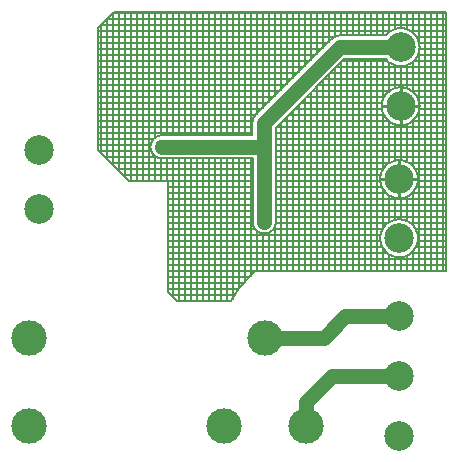
<source format=gbl>
%FSDAX24Y24*%
%MOIN*%
%SFA1B1*%

%IPPOS*%
%ADD22C,0.020000*%
%ADD24C,0.050000*%
%ADD25C,0.010000*%
%ADD26C,0.098400*%
%ADD27C,0.118100*%
%ADD28C,0.030000*%
%ADD29C,0.050000*%
%ADD30C,0.008000*%
%LNde-130624-1*%
%LPD*%
G54D22*
X063600Y020950D02*
X063650Y021000D01*
G54D24*
X063654Y018450D02*
Y020996D01*
X063650Y021000D02*
X063654Y020996D01*
X062297Y011603D02*
Y011637D01*
X065900Y013300D02*
X068150D01*
X065053Y012453D02*
X065900Y013300D01*
X065053Y011637D02*
Y012453D01*
X066350Y015300D02*
X068150D01*
X065640Y014590D02*
X066350Y015300D01*
X063675Y014590D02*
X065640D01*
X063650Y021000D02*
Y021750D01*
X060250Y020950D02*
X063600D01*
X063650Y021750D02*
X066168Y024269D01*
X068200*
G54D25*
X068200Y022300D02*
Y022892D01*
Y021708D02*
Y022300D01*
X067608D02*
X068200D01*
X068792*
X068150Y019869D02*
X068742D01*
X067558D02*
X068150D01*
Y020461*
Y019276D02*
Y019869D01*
G54D26*
X068200Y022300D03*
Y024269D03*
X068150Y019869D03*
Y017900D03*
X068154Y015300D03*
Y013300D03*
Y011300D03*
X056150Y018866D03*
Y020834D03*
G54D27*
X063675Y014590D03*
X065053Y011637D03*
X062297D03*
X055801D03*
Y014590D03*
G54D28*
X063654Y018450D03*
G54D29*
X060250Y020950D03*
G54D30*
X068832Y024269D02*
D01*
X068830Y024313*
X068825Y024356*
X068818Y024400*
X068807Y024443*
X068793Y024485*
X068777Y024526*
X068758Y024565*
X068735Y024603*
X068711Y024640*
X068684Y024675*
X068654Y024708*
X068622Y024738*
X068589Y024767*
X068553Y024792*
X068516Y024816*
X068477Y024837*
X068436Y024854*
X068395Y024870*
X068352Y024882*
X068309Y024891*
X068266Y024897*
X068222Y024900*
X068177*
X068133Y024897*
X068090Y024891*
X068047Y024882*
X068004Y024870*
X067963Y024854*
X067922Y024837*
X067884Y024816*
X067846Y024792*
X067810Y024767*
X067777Y024738*
X067745Y024708*
X067715Y024675*
X067703Y024659*
Y023879D02*
D01*
X067731Y023845*
X067762Y023813*
X067794Y023784*
X067829Y023757*
X067866Y023732*
X067904Y023710*
X067944Y023691*
X067985Y023674*
X068027Y023661*
X068069Y023650*
X068113Y023643*
X068157Y023638*
X068201Y023637*
X068245Y023638*
X068289Y023643*
X068332Y023651*
X068375Y023662*
X068417Y023675*
X068458Y023692*
X068497Y023711*
X068535Y023733*
X068572Y023758*
X068607Y023785*
X068639Y023815*
X068670Y023847*
X068698Y023881*
X068724Y023916*
X068747Y023954*
X068768Y023993*
X068786Y024033*
X068801Y024075*
X068813Y024117*
X068822Y024160*
X068828Y024204*
X068831Y024248*
X068832Y024269*
Y022300D02*
D01*
X068830Y022344*
X068825Y022387*
X068818Y022431*
X068807Y022474*
X068793Y022516*
X068777Y022557*
X068758Y022596*
X068735Y022634*
X068711Y022671*
X068684Y022706*
X068654Y022739*
X068622Y022769*
X068589Y022798*
X068553Y022823*
X068516Y022847*
X068477Y022868*
X068436Y022885*
X068395Y022901*
X068352Y022913*
X068309Y022922*
X068266Y022928*
X068222Y022931*
X068177*
X068133Y022928*
X068090Y022922*
X068047Y022913*
X068004Y022901*
X067963Y022885*
X067922Y022868*
X067884Y022847*
X067846Y022823*
X067810Y022798*
X067777Y022769*
X067745Y022739*
X067715Y022706*
X067688Y022671*
X067664Y022634*
X067641Y022596*
X067622Y022557*
X067606Y022516*
X067592Y022474*
X067581Y022431*
X067574Y022387*
X067569Y022344*
X067568Y022300*
X067569Y022255*
X067574Y022212*
X067581Y022168*
X067592Y022125*
X067606Y022083*
X067622Y022042*
X067641Y022003*
X067664Y021965*
X067688Y021928*
X067715Y021893*
X067745Y021860*
X067777Y021830*
X067810Y021801*
X067846Y021776*
X067884Y021752*
X067922Y021731*
X067963Y021714*
X068004Y021698*
X068047Y021686*
X068090Y021677*
X068133Y021671*
X068177Y021668*
X068222*
X068266Y021671*
X068309Y021677*
X068352Y021686*
X068395Y021698*
X068436Y021714*
X068477Y021731*
X068516Y021752*
X068553Y021776*
X068589Y021801*
X068622Y021830*
X068654Y021860*
X068684Y021893*
X068711Y021928*
X068735Y021965*
X068758Y022003*
X068777Y022042*
X068793Y022083*
X068807Y022125*
X068818Y022168*
X068825Y022212*
X068830Y022255*
X068832Y022300*
X066168Y024659D02*
D01*
X066140Y024658*
X066113Y024655*
X066086Y024650*
X066060Y024643*
X066034Y024635*
X066009Y024625*
X065984Y024613*
X065961Y024599*
X065938Y024584*
X065917Y024567*
X065897Y024549*
X065893Y024544*
X066168Y024659D02*
D01*
X066140Y024658*
X066113Y024655*
X066086Y024650*
X066060Y024643*
X066034Y024635*
X066009Y024625*
X065984Y024613*
X065961Y024599*
X065938Y024584*
X065917Y024567*
X065897Y024549*
X065893Y024544*
X068782Y019869D02*
D01*
X068780Y019913*
X068775Y019956*
X068768Y020000*
X068757Y020043*
X068743Y020085*
X068727Y020126*
X068708Y020165*
X068685Y020203*
X068661Y020240*
X068634Y020275*
X068604Y020308*
X068572Y020338*
X068539Y020367*
X068503Y020392*
X068466Y020416*
X068427Y020437*
X068386Y020454*
X068345Y020470*
X068302Y020482*
X068259Y020491*
X068216Y020497*
X068172Y020500*
X068127*
X068083Y020497*
X068040Y020491*
X067997Y020482*
X067954Y020470*
X067913Y020454*
X067872Y020437*
X067834Y020416*
X067796Y020392*
X067760Y020367*
X067727Y020338*
X067695Y020308*
X067665Y020275*
X067638Y020240*
X067614Y020203*
X067591Y020165*
X067572Y020126*
X067556Y020085*
X067542Y020043*
X067531Y020000*
X067524Y019956*
X067519Y019913*
X067518Y019869*
X067519Y019824*
X067524Y019781*
X067531Y019737*
X067542Y019694*
X067556Y019652*
X067572Y019611*
X067591Y019572*
X067614Y019534*
X067638Y019497*
X067665Y019462*
X067695Y019429*
X067727Y019399*
X067760Y019370*
X067796Y019345*
X067834Y019321*
X067872Y019300*
X067913Y019283*
X067954Y019267*
X067997Y019255*
X068040Y019246*
X068083Y019240*
X068127Y019237*
X068172*
X068216Y019240*
X068259Y019246*
X068302Y019255*
X068345Y019267*
X068386Y019283*
X068427Y019300*
X068466Y019321*
X068503Y019345*
X068539Y019370*
X068572Y019399*
X068604Y019429*
X068634Y019462*
X068661Y019497*
X068685Y019534*
X068708Y019572*
X068727Y019611*
X068743Y019652*
X068757Y019694*
X068768Y019737*
X068775Y019781*
X068780Y019824*
X068782Y019869*
Y017900D02*
D01*
X068780Y017944*
X068775Y017987*
X068768Y018031*
X068757Y018074*
X068743Y018116*
X068727Y018157*
X068708Y018196*
X068685Y018234*
X068661Y018271*
X068634Y018306*
X068604Y018339*
X068572Y018369*
X068539Y018398*
X068503Y018423*
X068466Y018447*
X068427Y018468*
X068386Y018485*
X068345Y018501*
X068302Y018513*
X068259Y018522*
X068216Y018528*
X068172Y018531*
X068127*
X068083Y018528*
X068040Y018522*
X067997Y018513*
X067954Y018501*
X067913Y018485*
X067872Y018468*
X067834Y018447*
X067796Y018423*
X067760Y018398*
X067727Y018369*
X067695Y018339*
X067665Y018306*
X067638Y018271*
X067614Y018234*
X067591Y018196*
X067572Y018157*
X067556Y018116*
X067542Y018074*
X067531Y018031*
X067524Y017987*
X067519Y017944*
X067518Y017900*
X067519Y017855*
X067524Y017812*
X067531Y017768*
X067542Y017725*
X067556Y017683*
X067572Y017642*
X067591Y017603*
X067614Y017565*
X067638Y017528*
X067665Y017493*
X067695Y017460*
X067727Y017430*
X067760Y017401*
X067796Y017376*
X067834Y017352*
X067872Y017331*
X067913Y017314*
X067954Y017298*
X067997Y017286*
X068040Y017277*
X068083Y017271*
X068127Y017268*
X068172*
X068216Y017271*
X068259Y017277*
X068302Y017286*
X068345Y017298*
X068386Y017314*
X068427Y017331*
X068466Y017352*
X068503Y017376*
X068539Y017401*
X068572Y017430*
X068604Y017460*
X068634Y017493*
X068661Y017528*
X068685Y017565*
X068708Y017603*
X068727Y017642*
X068743Y017683*
X068757Y017725*
X068768Y017768*
X068775Y017812*
X068780Y017855*
X068782Y017900*
X063374Y022026D02*
D01*
X063355Y022006*
X063338Y021984*
X063322Y021962*
X063308Y021939*
X063296Y021914*
X063285Y021889*
X063276Y021864*
X063269Y021837*
X063264Y021811*
X063261Y021784*
X063259Y021756*
X063260Y021750*
X064044Y020996D02*
D01*
X064043Y021023*
X064040Y021049*
X064044Y020996D02*
D01*
X064043Y021023*
X064040Y021049*
X063374Y022026D02*
D01*
X063355Y022006*
X063338Y021984*
X063322Y021962*
X063308Y021939*
X063296Y021914*
X063285Y021889*
X063276Y021864*
X063269Y021837*
X063264Y021811*
X063261Y021784*
X063259Y021756*
X063260Y021750*
X060250Y021340D02*
D01*
X060222Y021339*
X060195Y021336*
X060168Y021331*
X060142Y021324*
X060116Y021316*
X060091Y021306*
X060066Y021294*
X060043Y021280*
X060020Y021265*
X059999Y021248*
X059979Y021230*
X059960Y021210*
X059942Y021190*
X059926Y021168*
X059912Y021145*
X059899Y021120*
X059888Y021096*
X059879Y021070*
X059871Y021044*
X059865Y021017*
X059862Y020990*
X059860Y020963*
Y020936*
X059862Y020909*
X059865Y020882*
X059871Y020855*
X059879Y020829*
X059888Y020803*
X059899Y020779*
X059912Y020755*
X059926Y020731*
X059942Y020709*
X059960Y020689*
X059979Y020669*
X059999Y020651*
X060020Y020634*
X060043Y020619*
X060066Y020605*
X060091Y020593*
X060116Y020583*
X060142Y020575*
X060168Y020568*
X060195Y020563*
X060222Y020560*
X060250Y020560*
Y021340D02*
D01*
X060222Y021339*
X060195Y021336*
X060168Y021331*
X060142Y021324*
X060116Y021316*
X060091Y021306*
X060066Y021294*
X060043Y021280*
X060020Y021265*
X059999Y021248*
X059979Y021230*
X059960Y021210*
X059942Y021190*
X059926Y021168*
X059912Y021145*
X059899Y021120*
X059888Y021096*
X059879Y021070*
X059871Y021044*
X059865Y021017*
X059862Y020990*
X059860Y020963*
Y020936*
X059862Y020909*
X059865Y020882*
X059871Y020855*
X059879Y020829*
X059888Y020803*
X059899Y020779*
X059912Y020755*
X059926Y020731*
X059942Y020709*
X059960Y020689*
X059979Y020669*
X059999Y020651*
X060020Y020634*
X060043Y020619*
X060066Y020605*
X060091Y020593*
X060116Y020583*
X060142Y020575*
X060168Y020568*
X060195Y020563*
X060222Y020560*
X060250Y020560*
X063264Y018450D02*
D01*
X063264Y018422*
X063267Y018395*
X063272Y018368*
X063279Y018342*
X063287Y018316*
X063297Y018291*
X063309Y018266*
X063323Y018243*
X063338Y018220*
X063355Y018199*
X063373Y018179*
X063393Y018160*
X063413Y018142*
X063435Y018126*
X063459Y018112*
X063483Y018099*
X063507Y018088*
X063533Y018079*
X063559Y018071*
X063586Y018065*
X063613Y018062*
X063640Y018060*
X063667*
X063694Y018062*
X063721Y018065*
X063748Y018071*
X063774Y018079*
X063800Y018088*
X063824Y018099*
X063849Y018112*
X063872Y018126*
X063894Y018142*
X063914Y018160*
X063934Y018179*
X063952Y018199*
X063969Y018220*
X063984Y018243*
X063998Y018266*
X064010Y018291*
X064020Y018316*
X064028Y018342*
X064035Y018368*
X064040Y018395*
X064043Y018422*
X064044Y018450*
X068818Y024400D02*
X069704D01*
X068738Y024600D02*
X069704D01*
X068828Y024200D02*
X069704D01*
X068600Y024758D02*
Y025450D01*
X068800Y024467D02*
Y025450D01*
X068772Y024000D02*
X069704D01*
X068624Y023800D02*
X069704D01*
X068800Y022499D02*
Y024070D01*
X068600Y022789D02*
Y023779D01*
X068400Y024868D02*
Y025450D01*
X068542Y024800D02*
X069704D01*
X068000Y024868D02*
Y025450D01*
X068200Y024901D02*
Y025450D01*
X068400Y022900D02*
Y023669D01*
X068200Y022932D02*
Y023636D01*
X068756Y022600D02*
X069704D01*
X068587Y022800D02*
X069704D01*
X068824Y022400D02*
X069704D01*
X068824Y022200D02*
X069704D01*
X068756Y022000D02*
X069704D01*
X068587Y021800D02*
X069704D01*
X068200Y020499D02*
Y021668D01*
X065652Y023200D02*
X069704D01*
X065452Y023000D02*
X069704D01*
X066052Y023600D02*
X069704D01*
X065852Y023400D02*
X069704D01*
X064052Y021600D02*
X069704D01*
X067600Y024659D02*
Y025450D01*
X067400Y024659D02*
Y025450D01*
X067800Y024758D02*
Y025450D01*
X067000Y024659D02*
Y025450D01*
X067200Y024659D02*
Y025450D01*
X066600Y024659D02*
Y025450D01*
X066800Y024659D02*
Y025450D01*
X066200Y024659D02*
Y025450D01*
X066400Y024659D02*
Y025450D01*
X065800Y024452D02*
Y025450D01*
X066000Y024620D02*
Y025450D01*
X065000Y023652D02*
Y025450D01*
X065200Y023852D02*
Y025450D01*
X064600Y023252D02*
Y025450D01*
X064800Y023452D02*
Y025450D01*
X064200Y022852D02*
Y025450D01*
X064400Y023052D02*
Y025450D01*
X066168Y024659D02*
X067703D01*
X066330Y023879D02*
X067703D01*
X067800Y022789D02*
Y023779D01*
X068000Y022900D02*
Y023669D01*
X067600Y022499D02*
Y023879D01*
X066252Y023800D02*
X067776D01*
X065252Y022800D02*
X067813D01*
X065052Y022600D02*
X067644D01*
X065400Y024052D02*
Y025450D01*
X065600Y024252D02*
Y025450D01*
X064452Y022000D02*
X067644D01*
X064252Y021800D02*
X067813D01*
X064852Y022400D02*
X067576D01*
X064652Y022200D02*
X067576D01*
X068778Y019800D02*
X069704D01*
X068768Y020000D02*
X069704D01*
X068722Y019600D02*
X069704D01*
X069400Y016800D02*
Y025450D01*
X069600Y016800D02*
Y025450D01*
X069200Y016800D02*
Y025450D01*
X069704Y016800D02*
Y025450D01*
X069000Y016800D02*
Y025450D01*
X068800Y016800D02*
Y022101D01*
X068492Y020400D02*
X069704D01*
X068688Y020200D02*
X069704D01*
X068600Y020312D02*
Y021811D01*
X068400Y020449D02*
Y021700D01*
X068600Y018344D02*
Y019425D01*
X068574Y019400D02*
X069704D01*
X068537Y018400D02*
X069704D01*
X068774Y018000D02*
X069704D01*
X068400Y018481D02*
Y019288D01*
X068706Y018200D02*
X069704D01*
X068774Y017800D02*
X069704D01*
X068706Y017600D02*
X069704D01*
X068600Y016800D02*
Y017456D01*
X068537Y017400D02*
X069704D01*
X064044Y018800D02*
X069704D01*
X064044Y018600D02*
X069704D01*
X064044Y019200D02*
X069704D01*
X064044Y019000D02*
X069704D01*
X068400Y016800D02*
Y017319D01*
X068200Y018530D02*
Y019238D01*
Y016800D02*
Y017270D01*
X067400Y016800D02*
Y023879D01*
X067200Y016800D02*
Y023879D01*
X067600Y020180D02*
Y022101D01*
X066800Y016800D02*
Y023879D01*
X067000Y016800D02*
Y023879D01*
X066400Y016800D02*
Y023879D01*
X066600Y016800D02*
Y023879D01*
X066200Y016800D02*
Y023748D01*
X066000Y016800D02*
Y023548D01*
X065000Y016800D02*
Y022548D01*
X064800Y016800D02*
Y022348D01*
X064600Y016800D02*
Y022148D01*
X064400Y016800D02*
Y021948D01*
X065800Y016800D02*
Y023348D01*
X065600Y016800D02*
Y023148D01*
X065400Y016800D02*
Y022948D01*
X065200Y016800D02*
Y022748D01*
X067800Y020395D02*
Y021811D01*
X068000Y020483D02*
Y021700D01*
Y018514D02*
Y019254D01*
Y016800D02*
Y017286D01*
X067800Y018426D02*
Y019342D01*
Y016800D02*
Y017374D01*
X064044Y019600D02*
X067578D01*
X064044Y019400D02*
X067726D01*
X064044Y020000D02*
X067532D01*
X064044Y019800D02*
X067522D01*
X067600Y018212D02*
Y019557D01*
Y016800D02*
Y017588D01*
X064200Y016800D02*
Y021748D01*
X064044Y018450D02*
Y020996D01*
X058650Y025450D02*
X069704D01*
X058600Y025400D02*
X069704D01*
X058400Y025200D02*
X069704D01*
X063800Y022452D02*
Y025450D01*
X064000Y022652D02*
Y025450D01*
X063374Y022026D02*
X065893Y024544D01*
X064040Y021588D02*
X066330Y023879D01*
X063400Y022052D02*
Y025450D01*
X063600Y022252D02*
Y025450D01*
X058200Y025000D02*
X069704D01*
X058100Y024800D02*
X067858D01*
X058100Y024600D02*
X065963D01*
X058100Y024400D02*
X065748D01*
X058100Y024200D02*
X065548D01*
X058100Y024000D02*
X065348D01*
X058100Y023800D02*
X065148D01*
X058100Y023600D02*
X064948D01*
X064040Y021200D02*
X069704D01*
X064040Y021400D02*
X069704D01*
X064044Y021000D02*
X069704D01*
X064040Y021049D02*
Y021588D01*
X064044Y020800D02*
X069704D01*
X064044Y020600D02*
X069704D01*
X058100Y023400D02*
X064748D01*
X058100Y023200D02*
X064548D01*
X058100Y023000D02*
X064348D01*
X058100Y022800D02*
X064148D01*
X058100Y022600D02*
X063948D01*
X058100Y022400D02*
X063748D01*
X058100Y022200D02*
X063548D01*
X062200Y021340D02*
Y025450D01*
X062000Y021340D02*
Y025450D01*
X062400Y021340D02*
Y025450D01*
X061600Y021340D02*
Y025450D01*
X061800Y021340D02*
Y025450D01*
X063000Y021340D02*
Y025450D01*
X063200Y021340D02*
Y025450D01*
X062600Y021340D02*
Y025450D01*
X062800Y021340D02*
Y025450D01*
X061200Y021340D02*
Y025450D01*
X061400Y021340D02*
Y025450D01*
X058100Y024900D02*
X058650Y025450D01*
X061000Y021340D02*
Y025450D01*
X060400Y021340D02*
Y025450D01*
X060800Y021340D02*
Y025450D01*
X060000Y021249D02*
Y025450D01*
X060200Y021337D02*
Y025450D01*
X063260Y021340D02*
Y021750D01*
X060250Y021340D02*
X063260D01*
X060600D02*
Y025450D01*
X058200Y020750D02*
Y025000D01*
X060250Y020560D02*
X063264D01*
X058350Y020600D02*
X060078D01*
X058100Y022000D02*
X063351D01*
X058100Y021800D02*
X063263D01*
X058100Y021600D02*
X063260D01*
X058100Y021400D02*
X063260D01*
X058100Y021200D02*
X059951D01*
X058150Y020800D02*
X059890D01*
X058100Y020850D02*
Y024900D01*
Y021000D02*
X059863D01*
X064044Y020200D02*
X067612D01*
X064044Y020400D02*
X067808D01*
X060450Y019800D02*
X063264D01*
Y018450D02*
Y020560D01*
X060450Y019600D02*
X063264D01*
X064040Y018400D02*
X067763D01*
X063200Y016650D02*
Y020560D01*
X060450Y018400D02*
X063267D01*
X058950Y020000D02*
X063264D01*
X060450Y019400D02*
X063264D01*
X058550Y020400D02*
X063264D01*
X058750Y020200D02*
X063264D01*
X060450Y018800D02*
X063264D01*
X060450Y018600D02*
X063264D01*
X060450Y019200D02*
X063264D01*
X060450Y019000D02*
X063264D01*
X064000Y016800D02*
Y018271D01*
X063953Y018200D02*
X067594D01*
X060450Y018000D02*
X067526D01*
X063800Y016800D02*
Y018089D01*
X063600Y016800D02*
Y018064D01*
X063350Y016800D02*
X069704D01*
X063350D02*
X069704D01*
X063400D02*
Y018154D01*
X062800Y016250D02*
X063350Y016800D01*
X060450Y017600D02*
X067594D01*
X060450Y017400D02*
X067763D01*
X060450Y018200D02*
X063354D01*
X060450Y017800D02*
X067526D01*
X060450Y017200D02*
X069704D01*
X060450Y017000D02*
X069704D01*
X060450Y016800D02*
X063350D01*
X060450Y016600D02*
X063150D01*
X062800Y016250D02*
Y020560D01*
X060200Y019800D02*
Y020563D01*
X063000Y016450D02*
Y020560D01*
X059800Y019800D02*
Y025450D01*
X060000Y019800D02*
Y020651D01*
X062000Y015800D02*
Y020560D01*
X062200Y015800D02*
Y020560D01*
X061600Y015800D02*
Y020560D01*
X061800Y015800D02*
Y020560D01*
X058800Y020150D02*
Y025450D01*
X059000Y019950D02*
Y025450D01*
X058600Y020350D02*
Y025400D01*
X058400Y020550D02*
Y025200D01*
X059400Y019800D02*
Y025450D01*
X059600Y019800D02*
Y025450D01*
X059200Y019800D02*
Y025450D01*
X058100Y020850D02*
X059150Y019800D01*
X062600Y015890D02*
Y020560D01*
X062550Y015800D02*
X062800Y016250D01*
X061400Y015800D02*
Y020560D01*
X062400Y015800D02*
Y020560D01*
X061200Y015800D02*
Y020560D01*
X060750Y015800D02*
X062550D01*
X060800D02*
Y020560D01*
X061000Y015800D02*
Y020560D01*
X060450Y016400D02*
X062950D01*
X060450Y016200D02*
X062772D01*
X060400Y019800D02*
Y020560D01*
X059150Y019800D02*
X060450D01*
Y016100D02*
X060750Y015800D01*
X060550Y016000D02*
X062661D01*
X060600Y015950D02*
Y020560D01*
X060450Y016100D02*
Y019800D01*
M02*
</source>
